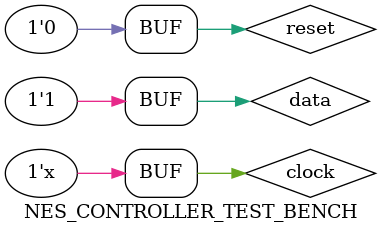
<source format=v>
`timescale 1ns / 1ps


module NES_CONTROLLER_TEST_BENCH;

	// Inputs
	reg clock;
	reg data;
	reg reset;

	// Outputs
	wire latch;
	wire pulse;

	wire [7:0] controller_data;

	// Instantiate the Unit Under Test (UUT)
	NES_CONTROLLER uut (
		.clock(clock), 
		.data(data), 
		.reset(reset),
		.latch(latch), 
		.pulse(pulse), 
		.controller_data(controller_data)
	);

	initial begin
		// Initialize Inputs
		clock = 0;
		data = 1;
		reset = 1;

		// Wait 1 us for global reset to finish
		#1000;
		
		reset = 0;
        
		// Add stimulus here
		#16666667;
		data = 1;
		#22000
		data = 1'b0;
		#6000
		data = 1'b1;
		#6000
		data = 1'b0;
		#6000 
		data = 1'b1;
	end
      
		always #5 clock = ~clock;
endmodule


</source>
